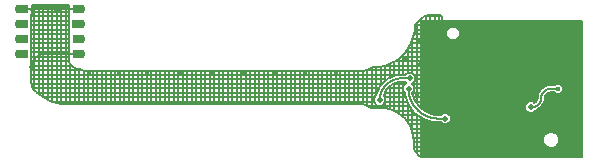
<source format=gbl>
G75*
%MOIN*%
%OFA0B0*%
%FSLAX25Y25*%
%IPPOS*%
%LPD*%
%AMOC8*
5,1,8,0,0,1.08239X$1,22.5*
%
%ADD10R,0.03150X0.02992*%
%ADD11C,0.03012*%
%ADD12C,0.01587*%
%ADD13C,0.00600*%
%ADD14C,0.02000*%
D10*
X0055515Y0077592D03*
X0055515Y0082632D03*
X0055515Y0087632D03*
X0055515Y0092632D03*
X0073192Y0092632D03*
X0073112Y0087632D03*
X0073192Y0082632D03*
X0073192Y0077632D03*
D11*
X0074787Y0077638D03*
X0074787Y0082638D03*
X0074787Y0087638D03*
X0074787Y0092638D03*
X0053921Y0092638D03*
X0053921Y0087638D03*
X0053921Y0082638D03*
X0053921Y0077638D03*
D12*
X0077250Y0071100D03*
X0087250Y0071100D03*
X0096750Y0071100D03*
X0107750Y0071100D03*
X0118250Y0071100D03*
X0128750Y0071100D03*
X0139150Y0071100D03*
X0149250Y0071100D03*
X0159550Y0071100D03*
X0182750Y0076200D03*
X0188250Y0075200D03*
X0192250Y0079200D03*
X0195750Y0075700D03*
X0203250Y0074500D03*
X0207250Y0079200D03*
X0212950Y0074600D03*
X0218850Y0074700D03*
X0221250Y0079200D03*
X0230250Y0079200D03*
X0233750Y0065900D03*
X0231250Y0062200D03*
X0223550Y0066200D03*
X0218250Y0065700D03*
X0207250Y0066200D03*
X0198750Y0066200D03*
X0186550Y0063800D03*
X0198750Y0055700D03*
X0207250Y0055200D03*
X0215250Y0055300D03*
X0222750Y0054200D03*
X0187750Y0081700D03*
D13*
X0067906Y0060815D02*
X0064229Y0061800D01*
X0060932Y0063703D01*
X0058813Y0065822D01*
X0058455Y0066783D01*
X0058152Y0068177D01*
X0058050Y0069600D01*
X0058050Y0090598D01*
X0058115Y0090711D01*
X0058190Y0090991D01*
X0058190Y0092332D01*
X0058050Y0092332D01*
X0058050Y0092932D01*
X0058190Y0092932D01*
X0058190Y0093697D01*
X0070517Y0093697D01*
X0070517Y0092932D01*
X0070550Y0092932D01*
X0070550Y0092332D01*
X0070517Y0092332D01*
X0070517Y0090991D01*
X0070550Y0090869D01*
X0070550Y0079394D01*
X0070517Y0079272D01*
X0070517Y0077932D01*
X0070550Y0077932D01*
X0070550Y0077332D01*
X0070517Y0077332D01*
X0070517Y0075991D01*
X0070586Y0075735D01*
X0070617Y0075417D01*
X0070816Y0074761D01*
X0071140Y0074155D01*
X0071575Y0073625D01*
X0072105Y0073190D01*
X0072711Y0072866D01*
X0073367Y0072667D01*
X0074050Y0072600D01*
X0074050Y0060690D01*
X0074230Y0060690D02*
X0069810Y0060690D01*
X0067906Y0060815D01*
X0068050Y0060805D02*
X0068050Y0093697D01*
X0067082Y0092632D02*
X0073192Y0092632D01*
X0073199Y0092638D01*
X0074787Y0092638D01*
X0070517Y0093100D02*
X0058190Y0093100D01*
X0059050Y0093697D02*
X0059050Y0065585D01*
X0058710Y0066100D02*
X0173973Y0066100D01*
X0174329Y0066958D02*
X0173050Y0063871D01*
X0173050Y0073172D01*
X0174042Y0073242D02*
X0172050Y0073100D01*
X0171769Y0073100D01*
X0171434Y0072765D01*
X0171434Y0072765D01*
X0171399Y0072750D01*
X0171344Y0072695D01*
X0171205Y0072624D01*
X0171050Y0072600D01*
X0171036Y0072600D01*
X0168823Y0071683D01*
X0077308Y0071683D01*
X0077303Y0071679D01*
X0077123Y0071683D01*
X0076088Y0071683D01*
X0076060Y0071711D01*
X0075841Y0071717D01*
X0075841Y0071717D01*
X0074401Y0072600D01*
X0074050Y0072600D01*
X0075216Y0072100D02*
X0058050Y0072100D01*
X0058050Y0070600D02*
X0182763Y0070600D01*
X0179779Y0070600D01*
X0176692Y0069321D01*
X0176692Y0069321D01*
X0174329Y0066958D01*
X0174329Y0066958D01*
X0174550Y0067179D02*
X0174550Y0073353D01*
X0174042Y0073242D02*
X0175994Y0073667D01*
X0177866Y0074365D01*
X0179619Y0075322D01*
X0181218Y0076520D01*
X0182630Y0077932D01*
X0183828Y0079531D01*
X0184785Y0081284D01*
X0185483Y0083156D01*
X0185908Y0085108D01*
X0186050Y0087100D01*
X0195050Y0087100D01*
X0195050Y0088600D02*
X0187337Y0088600D01*
X0187590Y0088851D02*
X0187591Y0088851D01*
X0187941Y0089201D01*
X0187943Y0089203D01*
X0188656Y0089788D01*
X0190352Y0090491D01*
X0191270Y0090581D01*
X0194194Y0090581D01*
X0194309Y0090566D01*
X0194550Y0090466D01*
X0194757Y0090307D01*
X0194916Y0090100D01*
X0189409Y0090100D01*
X0189550Y0090158D02*
X0189550Y0058381D01*
X0189351Y0058526D02*
X0223237Y0058526D01*
X0222750Y0059013D02*
X0223863Y0057900D01*
X0225437Y0057900D01*
X0226285Y0058748D01*
X0228071Y0059779D01*
X0229250Y0061821D01*
X0229250Y0063000D01*
X0229308Y0063440D01*
X0229748Y0064202D01*
X0230510Y0064642D01*
X0230950Y0064700D01*
X0232555Y0064700D01*
X0233048Y0064206D01*
X0234452Y0064206D01*
X0235444Y0065198D01*
X0235444Y0066602D01*
X0234452Y0067594D01*
X0233048Y0067594D01*
X0232555Y0067100D01*
X0229851Y0067100D01*
X0227949Y0066001D01*
X0226850Y0064099D01*
X0226850Y0063000D01*
X0226782Y0062482D01*
X0226264Y0061586D01*
X0225812Y0061325D01*
X0225437Y0061700D01*
X0223863Y0061700D01*
X0222750Y0060587D01*
X0222750Y0059013D01*
X0222750Y0059124D02*
X0188527Y0059124D01*
X0188050Y0059470D02*
X0188050Y0089291D01*
X0187590Y0088851D02*
X0186074Y0087342D01*
X0186050Y0087100D01*
X0186550Y0087816D02*
X0186550Y0061260D01*
X0186303Y0061600D02*
X0195050Y0061600D01*
X0195050Y0063100D02*
X0185653Y0063100D01*
X0186550Y0063800D02*
X0186550Y0073500D01*
X0188250Y0075200D01*
X0188050Y0075284D02*
X0241550Y0075284D01*
X0241550Y0075882D02*
X0188050Y0075882D01*
X0188050Y0076481D02*
X0241550Y0076481D01*
X0241550Y0077079D02*
X0188050Y0077079D01*
X0188050Y0077678D02*
X0241550Y0077678D01*
X0241550Y0078276D02*
X0188050Y0078276D01*
X0188050Y0078875D02*
X0241550Y0078875D01*
X0241550Y0079473D02*
X0188050Y0079473D01*
X0188050Y0080072D02*
X0241550Y0080072D01*
X0241550Y0080670D02*
X0188050Y0080670D01*
X0188050Y0081269D02*
X0241550Y0081269D01*
X0241550Y0081868D02*
X0188050Y0081868D01*
X0188050Y0082466D02*
X0197331Y0082466D01*
X0197768Y0082029D02*
X0199655Y0082029D01*
X0200989Y0083364D01*
X0200989Y0085251D01*
X0199655Y0086585D01*
X0197768Y0086585D01*
X0196433Y0085251D01*
X0196433Y0083364D01*
X0197768Y0082029D01*
X0196732Y0083065D02*
X0188050Y0083065D01*
X0188050Y0083663D02*
X0196433Y0083663D01*
X0196433Y0084262D02*
X0188050Y0084262D01*
X0188050Y0084860D02*
X0196433Y0084860D01*
X0196641Y0085459D02*
X0188050Y0085459D01*
X0188050Y0086057D02*
X0197240Y0086057D01*
X0195050Y0085600D02*
X0185943Y0085600D01*
X0185688Y0084100D02*
X0195050Y0084100D01*
X0195050Y0082600D02*
X0185276Y0082600D01*
X0185050Y0081995D02*
X0185050Y0071287D01*
X0185037Y0071300D02*
X0183463Y0071300D01*
X0182763Y0070600D01*
X0182050Y0070600D02*
X0182050Y0077351D01*
X0182756Y0078100D02*
X0195050Y0078100D01*
X0195050Y0076600D02*
X0181299Y0076600D01*
X0180550Y0076019D02*
X0180550Y0070600D01*
X0181450Y0069400D02*
X0184250Y0069400D01*
X0185737Y0070600D02*
X0195050Y0070600D01*
X0195050Y0069100D02*
X0186150Y0069100D01*
X0186150Y0068613D02*
X0186150Y0070187D01*
X0185037Y0071300D01*
X0183550Y0071300D02*
X0183550Y0079160D01*
X0183865Y0079600D02*
X0195050Y0079600D01*
X0195050Y0081100D02*
X0184684Y0081100D01*
X0188050Y0086656D02*
X0241550Y0086656D01*
X0241550Y0087254D02*
X0188050Y0087254D01*
X0188050Y0087853D02*
X0241550Y0087853D01*
X0241550Y0088451D02*
X0188050Y0088451D01*
X0188050Y0088600D02*
X0188050Y0059470D01*
X0189855Y0058159D01*
X0187627Y0059777D01*
X0186009Y0062005D01*
X0185159Y0064622D01*
X0185750Y0065213D01*
X0185750Y0066787D01*
X0185037Y0067500D01*
X0186150Y0068613D01*
X0185137Y0067600D02*
X0195050Y0067600D01*
X0195050Y0066100D02*
X0185750Y0066100D01*
X0185050Y0067487D02*
X0185050Y0067513D01*
X0185037Y0067500D02*
X0185037Y0067500D01*
X0183063Y0067900D02*
X0183063Y0067900D01*
X0181950Y0066787D01*
X0181950Y0065213D01*
X0182650Y0064513D01*
X0182650Y0064226D01*
X0183746Y0060852D01*
X0185832Y0057982D01*
X0188702Y0055896D01*
X0192076Y0054800D01*
X0194563Y0054800D01*
X0195050Y0054313D01*
X0195050Y0044100D01*
X0195016Y0043841D01*
X0194916Y0043600D01*
X0187627Y0043600D01*
X0187550Y0043636D02*
X0187505Y0043667D01*
X0186134Y0045031D01*
X0186086Y0045100D01*
X0195050Y0045100D01*
X0195050Y0046600D02*
X0185594Y0046600D01*
X0185611Y0046405D02*
X0185550Y0047100D01*
X0185550Y0048600D01*
X0185438Y0050165D01*
X0185104Y0051699D01*
X0184556Y0053170D01*
X0183804Y0054547D01*
X0182863Y0055803D01*
X0181753Y0056913D01*
X0180497Y0057854D01*
X0179120Y0058606D01*
X0177649Y0059154D01*
X0176115Y0059488D01*
X0174550Y0059600D01*
X0174550Y0060300D01*
X0175037Y0060300D02*
X0176150Y0061413D01*
X0176150Y0062987D01*
X0175624Y0063513D01*
X0176461Y0065533D01*
X0178117Y0067189D01*
X0180279Y0068085D01*
X0181450Y0068200D01*
X0182763Y0068200D01*
X0183063Y0067900D01*
X0182763Y0067600D02*
X0179109Y0067600D01*
X0179050Y0067575D02*
X0179050Y0058632D01*
X0179130Y0058600D02*
X0185382Y0058600D01*
X0185050Y0059058D02*
X0185050Y0051845D01*
X0185235Y0051100D02*
X0195050Y0051100D01*
X0195050Y0052600D02*
X0184768Y0052600D01*
X0188050Y0052540D02*
X0241550Y0052540D01*
X0241550Y0051942D02*
X0188050Y0051942D01*
X0188050Y0051343D02*
X0230369Y0051343D01*
X0230857Y0051546D02*
X0229875Y0051139D01*
X0229124Y0050387D01*
X0228717Y0049405D01*
X0228717Y0048343D01*
X0229124Y0047361D01*
X0229875Y0046609D01*
X0230857Y0046202D01*
X0231920Y0046202D01*
X0232902Y0046609D01*
X0233653Y0047361D01*
X0234060Y0048343D01*
X0234060Y0049405D01*
X0233653Y0050387D01*
X0232902Y0051139D01*
X0231920Y0051546D01*
X0230857Y0051546D01*
X0232408Y0051343D02*
X0241550Y0051343D01*
X0241550Y0050745D02*
X0233296Y0050745D01*
X0233753Y0050146D02*
X0241550Y0050146D01*
X0241550Y0049548D02*
X0234001Y0049548D01*
X0234060Y0048949D02*
X0241550Y0048949D01*
X0241550Y0048351D02*
X0234060Y0048351D01*
X0233816Y0047752D02*
X0241550Y0047752D01*
X0241550Y0047154D02*
X0233447Y0047154D01*
X0232772Y0046555D02*
X0241550Y0046555D01*
X0241550Y0045957D02*
X0188050Y0045957D01*
X0188050Y0046555D02*
X0230005Y0046555D01*
X0229330Y0047154D02*
X0188050Y0047154D01*
X0188050Y0047752D02*
X0228961Y0047752D01*
X0228717Y0048351D02*
X0188050Y0048351D01*
X0188050Y0048949D02*
X0228717Y0048949D01*
X0228776Y0049548D02*
X0188050Y0049548D01*
X0188050Y0050146D02*
X0229024Y0050146D01*
X0229481Y0050745D02*
X0188050Y0050745D01*
X0185478Y0049600D02*
X0195050Y0049600D01*
X0195050Y0048100D02*
X0185550Y0048100D01*
X0185611Y0046405D02*
X0185791Y0045732D01*
X0186086Y0045100D01*
X0186550Y0044617D02*
X0186550Y0057460D01*
X0187045Y0057100D02*
X0181504Y0057100D01*
X0182050Y0056617D02*
X0182050Y0065113D01*
X0182563Y0064600D02*
X0176075Y0064600D01*
X0176050Y0064541D02*
X0176050Y0063087D01*
X0176037Y0063100D02*
X0183016Y0063100D01*
X0183503Y0061600D02*
X0176150Y0061600D01*
X0176050Y0061313D02*
X0176050Y0059493D01*
X0175037Y0060300D02*
X0173463Y0060300D01*
X0172350Y0061413D01*
X0172350Y0062987D01*
X0173050Y0063687D01*
X0173050Y0063871D01*
X0173352Y0064600D02*
X0060035Y0064600D01*
X0060550Y0064085D02*
X0060550Y0093697D01*
X0062050Y0093697D02*
X0062050Y0063058D01*
X0061977Y0063100D02*
X0172463Y0063100D01*
X0172350Y0061600D02*
X0064975Y0061600D01*
X0065050Y0061580D02*
X0065050Y0093697D01*
X0066018Y0092632D02*
X0055515Y0092632D01*
X0055509Y0092638D01*
X0053921Y0092638D01*
X0055515Y0092632D02*
X0055521Y0092638D01*
X0058190Y0091600D02*
X0070517Y0091600D01*
X0067082Y0092632D02*
X0067038Y0092630D01*
X0066994Y0092625D01*
X0066951Y0092616D01*
X0066909Y0092603D01*
X0066868Y0092587D01*
X0066829Y0092568D01*
X0066791Y0092545D01*
X0066755Y0092520D01*
X0066722Y0092491D01*
X0066691Y0092460D01*
X0066662Y0092427D01*
X0066637Y0092391D01*
X0066614Y0092353D01*
X0066595Y0092314D01*
X0066579Y0092273D01*
X0066566Y0092231D01*
X0066557Y0092188D01*
X0066552Y0092144D01*
X0066550Y0092100D01*
X0066548Y0092144D01*
X0066543Y0092188D01*
X0066534Y0092231D01*
X0066521Y0092273D01*
X0066505Y0092314D01*
X0066486Y0092353D01*
X0066463Y0092391D01*
X0066438Y0092427D01*
X0066409Y0092460D01*
X0066378Y0092491D01*
X0066345Y0092520D01*
X0066309Y0092545D01*
X0066271Y0092568D01*
X0066232Y0092587D01*
X0066191Y0092603D01*
X0066149Y0092616D01*
X0066106Y0092625D01*
X0066062Y0092630D01*
X0066018Y0092632D01*
X0066550Y0093697D02*
X0066550Y0061178D01*
X0069550Y0060707D02*
X0069550Y0093697D01*
X0063550Y0093697D02*
X0063550Y0062192D01*
X0071050Y0060690D02*
X0071050Y0074324D01*
X0070713Y0075100D02*
X0058050Y0075100D01*
X0058050Y0073600D02*
X0071606Y0073600D01*
X0072550Y0072952D02*
X0072550Y0060690D01*
X0074230Y0060690D02*
X0074238Y0060698D01*
X0167439Y0060698D01*
X0168811Y0060698D01*
X0168811Y0060698D01*
X0171409Y0059649D01*
X0171409Y0059649D01*
X0171460Y0059600D01*
X0174550Y0059600D01*
X0173050Y0059600D02*
X0173050Y0060713D01*
X0171550Y0059600D02*
X0171550Y0072881D01*
X0170050Y0072192D02*
X0170050Y0060197D01*
X0170291Y0060100D02*
X0184293Y0060100D01*
X0183746Y0060852D02*
X0183746Y0060852D01*
X0183550Y0061456D02*
X0183550Y0054886D01*
X0183016Y0055600D02*
X0189614Y0055600D01*
X0189550Y0055621D02*
X0189550Y0043100D01*
X0188855Y0043161D01*
X0188182Y0043341D01*
X0187550Y0043636D01*
X0188050Y0043563D02*
X0241550Y0043563D01*
X0241550Y0043100D02*
X0188088Y0043100D01*
X0188050Y0043130D01*
X0188050Y0056370D01*
X0188050Y0043403D01*
X0188050Y0044161D02*
X0241550Y0044161D01*
X0241550Y0044760D02*
X0188050Y0044760D01*
X0188050Y0045358D02*
X0241550Y0045358D01*
X0241550Y0043100D02*
X0241550Y0088600D01*
X0188050Y0088600D01*
X0191050Y0090559D02*
X0191050Y0057771D01*
X0190569Y0057927D02*
X0223836Y0057927D01*
X0225464Y0057927D02*
X0241550Y0057927D01*
X0241550Y0057329D02*
X0197408Y0057329D01*
X0197950Y0056787D02*
X0196837Y0057900D01*
X0195263Y0057900D01*
X0194563Y0057200D01*
X0193850Y0057200D01*
X0192473Y0057308D01*
X0189855Y0058159D01*
X0192473Y0057308D01*
X0193850Y0057200D01*
X0194563Y0057200D01*
X0195050Y0057687D01*
X0195050Y0089600D01*
X0195016Y0089859D01*
X0194916Y0090100D01*
X0194050Y0090581D02*
X0194050Y0057200D01*
X0194692Y0057329D02*
X0192411Y0057329D01*
X0192550Y0057302D02*
X0192550Y0090581D01*
X0200183Y0086057D02*
X0241550Y0086057D01*
X0241550Y0085459D02*
X0200781Y0085459D01*
X0200989Y0084860D02*
X0241550Y0084860D01*
X0241550Y0084262D02*
X0200989Y0084262D01*
X0200989Y0083663D02*
X0241550Y0083663D01*
X0241550Y0083065D02*
X0200690Y0083065D01*
X0200092Y0082466D02*
X0241550Y0082466D01*
X0241550Y0074685D02*
X0188050Y0074685D01*
X0188050Y0074087D02*
X0241550Y0074087D01*
X0241550Y0073488D02*
X0188050Y0073488D01*
X0188050Y0072890D02*
X0241550Y0072890D01*
X0241550Y0072291D02*
X0188050Y0072291D01*
X0188050Y0071693D02*
X0241550Y0071693D01*
X0241550Y0071094D02*
X0188050Y0071094D01*
X0188050Y0070496D02*
X0241550Y0070496D01*
X0241550Y0069897D02*
X0188050Y0069897D01*
X0188050Y0069299D02*
X0241550Y0069299D01*
X0241550Y0068700D02*
X0188050Y0068700D01*
X0188050Y0068102D02*
X0241550Y0068102D01*
X0241550Y0067503D02*
X0234542Y0067503D01*
X0235141Y0066905D02*
X0241550Y0066905D01*
X0241550Y0066306D02*
X0235444Y0066306D01*
X0235444Y0065708D02*
X0241550Y0065708D01*
X0241550Y0065109D02*
X0235354Y0065109D01*
X0234756Y0064511D02*
X0241550Y0064511D01*
X0241550Y0063912D02*
X0229581Y0063912D01*
X0229291Y0063314D02*
X0241550Y0063314D01*
X0241550Y0062715D02*
X0229250Y0062715D01*
X0229250Y0062117D02*
X0241550Y0062117D01*
X0241550Y0061518D02*
X0229075Y0061518D01*
X0228730Y0060920D02*
X0241550Y0060920D01*
X0241550Y0060321D02*
X0228384Y0060321D01*
X0228071Y0059779D02*
X0228071Y0059779D01*
X0228071Y0059779D01*
X0227973Y0059723D02*
X0241550Y0059723D01*
X0241550Y0059124D02*
X0226937Y0059124D01*
X0226063Y0058526D02*
X0241550Y0058526D01*
X0241550Y0056730D02*
X0197950Y0056730D01*
X0197950Y0056787D02*
X0197950Y0055213D01*
X0196837Y0054100D01*
X0195263Y0054100D01*
X0194563Y0054800D01*
X0192076Y0054800D01*
X0188702Y0055896D01*
X0188702Y0055896D01*
X0188050Y0056370D01*
X0188050Y0056132D02*
X0188378Y0056132D01*
X0188050Y0055533D02*
X0189820Y0055533D01*
X0191050Y0055133D02*
X0191050Y0043100D01*
X0192550Y0043100D02*
X0192550Y0054800D01*
X0191662Y0054934D02*
X0188050Y0054934D01*
X0188050Y0054336D02*
X0195027Y0054336D01*
X0195050Y0054100D02*
X0184048Y0054100D01*
X0188050Y0053737D02*
X0241550Y0053737D01*
X0241550Y0053139D02*
X0188050Y0053139D01*
X0194050Y0054800D02*
X0194050Y0043100D01*
X0189550Y0043100D01*
X0194050Y0043100D02*
X0194309Y0043134D01*
X0194550Y0043234D01*
X0194757Y0043393D01*
X0194916Y0043600D01*
X0197073Y0054336D02*
X0241550Y0054336D01*
X0241550Y0054934D02*
X0197671Y0054934D01*
X0197950Y0055533D02*
X0241550Y0055533D01*
X0241550Y0056132D02*
X0197950Y0056132D01*
X0196050Y0056000D02*
X0193850Y0056000D01*
X0195050Y0058600D02*
X0189248Y0058600D01*
X0188050Y0059723D02*
X0222750Y0059723D01*
X0222750Y0060321D02*
X0188050Y0060321D01*
X0188050Y0060920D02*
X0223083Y0060920D01*
X0223681Y0061518D02*
X0188050Y0061518D01*
X0188050Y0062117D02*
X0226571Y0062117D01*
X0226812Y0062715D02*
X0188050Y0062715D01*
X0188050Y0063314D02*
X0226850Y0063314D01*
X0226850Y0063912D02*
X0188050Y0063912D01*
X0188050Y0064511D02*
X0227088Y0064511D01*
X0227433Y0065109D02*
X0188050Y0065109D01*
X0188050Y0065708D02*
X0227779Y0065708D01*
X0227949Y0066001D02*
X0227949Y0066001D01*
X0227949Y0066001D01*
X0228477Y0066306D02*
X0188050Y0066306D01*
X0188050Y0066905D02*
X0229513Y0066905D01*
X0230950Y0065900D02*
X0233750Y0065900D01*
X0232958Y0067503D02*
X0188050Y0067503D01*
X0182050Y0066887D02*
X0182050Y0068200D01*
X0180550Y0068111D02*
X0180550Y0057814D01*
X0177550Y0059176D02*
X0177550Y0066622D01*
X0177028Y0066100D02*
X0181950Y0066100D01*
X0185166Y0064600D02*
X0195050Y0064600D01*
X0193850Y0056000D02*
X0193608Y0056003D01*
X0193367Y0056012D01*
X0193126Y0056026D01*
X0192885Y0056047D01*
X0192645Y0056073D01*
X0192405Y0056105D01*
X0192166Y0056143D01*
X0191929Y0056186D01*
X0191692Y0056236D01*
X0191457Y0056291D01*
X0191223Y0056351D01*
X0190991Y0056418D01*
X0190760Y0056489D01*
X0190531Y0056567D01*
X0190304Y0056650D01*
X0190079Y0056738D01*
X0189856Y0056832D01*
X0189636Y0056931D01*
X0189418Y0057036D01*
X0189203Y0057145D01*
X0188990Y0057260D01*
X0188780Y0057380D01*
X0188574Y0057505D01*
X0188370Y0057635D01*
X0188169Y0057770D01*
X0187972Y0057910D01*
X0187778Y0058054D01*
X0187588Y0058203D01*
X0187402Y0058357D01*
X0187219Y0058515D01*
X0187040Y0058677D01*
X0186865Y0058844D01*
X0186694Y0059015D01*
X0186527Y0059190D01*
X0186365Y0059369D01*
X0186207Y0059552D01*
X0186053Y0059738D01*
X0185904Y0059928D01*
X0185760Y0060122D01*
X0185620Y0060319D01*
X0185485Y0060520D01*
X0185355Y0060724D01*
X0185230Y0060930D01*
X0185110Y0061140D01*
X0184995Y0061353D01*
X0184886Y0061568D01*
X0184781Y0061786D01*
X0184682Y0062006D01*
X0184588Y0062229D01*
X0184500Y0062454D01*
X0184417Y0062681D01*
X0184339Y0062910D01*
X0184268Y0063141D01*
X0184201Y0063373D01*
X0184141Y0063607D01*
X0184086Y0063842D01*
X0184036Y0064079D01*
X0183993Y0064316D01*
X0183955Y0064555D01*
X0183923Y0064795D01*
X0183897Y0065035D01*
X0183876Y0065276D01*
X0183862Y0065517D01*
X0183853Y0065758D01*
X0183850Y0066000D01*
X0177550Y0069677D02*
X0177550Y0074247D01*
X0176050Y0073688D02*
X0176050Y0068679D01*
X0176471Y0069100D02*
X0058086Y0069100D01*
X0058277Y0067600D02*
X0174971Y0067600D01*
X0179050Y0070298D02*
X0179050Y0075012D01*
X0179212Y0075100D02*
X0195050Y0075100D01*
X0195050Y0073600D02*
X0175686Y0073600D01*
X0169829Y0072100D02*
X0195050Y0072100D01*
X0181450Y0069400D02*
X0181276Y0069398D01*
X0181102Y0069392D01*
X0180928Y0069381D01*
X0180755Y0069366D01*
X0180582Y0069348D01*
X0180410Y0069324D01*
X0180238Y0069297D01*
X0180067Y0069266D01*
X0179896Y0069230D01*
X0179727Y0069191D01*
X0179559Y0069147D01*
X0179391Y0069099D01*
X0179225Y0069048D01*
X0179060Y0068992D01*
X0178897Y0068932D01*
X0178735Y0068868D01*
X0178575Y0068801D01*
X0178416Y0068729D01*
X0178259Y0068654D01*
X0178104Y0068575D01*
X0177951Y0068493D01*
X0177800Y0068406D01*
X0177651Y0068316D01*
X0177504Y0068223D01*
X0177360Y0068125D01*
X0177218Y0068025D01*
X0177078Y0067921D01*
X0176941Y0067814D01*
X0176807Y0067703D01*
X0176676Y0067589D01*
X0176547Y0067472D01*
X0176421Y0067352D01*
X0176298Y0067229D01*
X0176178Y0067103D01*
X0176061Y0066974D01*
X0175947Y0066843D01*
X0175836Y0066709D01*
X0175729Y0066572D01*
X0175625Y0066432D01*
X0175525Y0066290D01*
X0175427Y0066146D01*
X0175334Y0065999D01*
X0175244Y0065850D01*
X0175157Y0065699D01*
X0175075Y0065546D01*
X0174996Y0065391D01*
X0174921Y0065234D01*
X0174849Y0065075D01*
X0174782Y0064915D01*
X0174718Y0064753D01*
X0174658Y0064590D01*
X0174602Y0064425D01*
X0174551Y0064259D01*
X0174503Y0064091D01*
X0174459Y0063923D01*
X0174420Y0063754D01*
X0174384Y0063583D01*
X0174353Y0063412D01*
X0174326Y0063240D01*
X0174302Y0063068D01*
X0174284Y0062895D01*
X0174269Y0062722D01*
X0174258Y0062548D01*
X0174252Y0062374D01*
X0174250Y0062200D01*
X0168550Y0060698D02*
X0168550Y0071683D01*
X0167050Y0071683D02*
X0167050Y0060698D01*
X0165550Y0060698D02*
X0165550Y0071683D01*
X0164050Y0071683D02*
X0164050Y0060698D01*
X0162550Y0060698D02*
X0162550Y0071683D01*
X0161050Y0071683D02*
X0161050Y0060698D01*
X0159550Y0060698D02*
X0159550Y0071683D01*
X0158050Y0071683D02*
X0158050Y0060698D01*
X0156550Y0060698D02*
X0156550Y0071683D01*
X0155050Y0071683D02*
X0155050Y0060698D01*
X0153550Y0060698D02*
X0153550Y0071683D01*
X0152050Y0071683D02*
X0152050Y0060698D01*
X0150550Y0060698D02*
X0150550Y0071683D01*
X0149050Y0071683D02*
X0149050Y0060698D01*
X0147550Y0060698D02*
X0147550Y0071683D01*
X0146050Y0071683D02*
X0146050Y0060698D01*
X0144550Y0060698D02*
X0144550Y0071683D01*
X0143050Y0071683D02*
X0143050Y0060698D01*
X0141550Y0060698D02*
X0141550Y0071683D01*
X0140050Y0071683D02*
X0140050Y0060698D01*
X0138550Y0060698D02*
X0138550Y0071683D01*
X0137050Y0071683D02*
X0137050Y0060698D01*
X0135550Y0060698D02*
X0135550Y0071683D01*
X0134050Y0071683D02*
X0134050Y0060698D01*
X0132550Y0060698D02*
X0132550Y0071683D01*
X0131050Y0071683D02*
X0131050Y0060698D01*
X0129550Y0060698D02*
X0129550Y0071683D01*
X0128050Y0071683D02*
X0128050Y0060698D01*
X0126550Y0060698D02*
X0126550Y0071683D01*
X0125050Y0071683D02*
X0125050Y0060698D01*
X0123550Y0060698D02*
X0123550Y0071683D01*
X0122050Y0071683D02*
X0122050Y0060698D01*
X0120550Y0060698D02*
X0120550Y0071683D01*
X0119050Y0071683D02*
X0119050Y0060698D01*
X0117550Y0060698D02*
X0117550Y0071683D01*
X0116050Y0071683D02*
X0116050Y0060698D01*
X0114550Y0060698D02*
X0114550Y0071683D01*
X0113050Y0071683D02*
X0113050Y0060698D01*
X0111550Y0060698D02*
X0111550Y0071683D01*
X0110050Y0071683D02*
X0110050Y0060698D01*
X0108550Y0060698D02*
X0108550Y0071683D01*
X0107050Y0071683D02*
X0107050Y0060698D01*
X0105550Y0060698D02*
X0105550Y0071683D01*
X0104050Y0071683D02*
X0104050Y0060698D01*
X0102550Y0060698D02*
X0102550Y0071683D01*
X0101050Y0071683D02*
X0101050Y0060698D01*
X0099550Y0060698D02*
X0099550Y0071683D01*
X0098050Y0071683D02*
X0098050Y0060698D01*
X0096550Y0060698D02*
X0096550Y0071683D01*
X0095050Y0071683D02*
X0095050Y0060698D01*
X0093550Y0060698D02*
X0093550Y0071683D01*
X0092050Y0071683D02*
X0092050Y0060698D01*
X0090550Y0060698D02*
X0090550Y0071683D01*
X0089050Y0071683D02*
X0089050Y0060698D01*
X0087550Y0060698D02*
X0087550Y0071683D01*
X0086050Y0071683D02*
X0086050Y0060698D01*
X0084550Y0060698D02*
X0084550Y0071683D01*
X0083050Y0071683D02*
X0083050Y0060698D01*
X0081550Y0060698D02*
X0081550Y0071683D01*
X0080050Y0071683D02*
X0080050Y0060698D01*
X0078550Y0060698D02*
X0078550Y0071683D01*
X0077050Y0071683D02*
X0077050Y0060698D01*
X0075550Y0060698D02*
X0075550Y0071896D01*
X0070517Y0076600D02*
X0058050Y0076600D01*
X0058050Y0078100D02*
X0070517Y0078100D01*
X0073192Y0077632D02*
X0074780Y0077632D01*
X0074783Y0077633D01*
X0074785Y0077635D01*
X0074786Y0077638D01*
X0074787Y0077638D02*
X0073199Y0077638D01*
X0062688Y0077638D01*
X0058050Y0079600D02*
X0070550Y0079600D01*
X0070550Y0081100D02*
X0058050Y0081100D01*
X0058050Y0082600D02*
X0070550Y0082600D01*
X0073192Y0082632D02*
X0074780Y0082632D01*
X0074787Y0082638D01*
X0073199Y0082638D01*
X0073196Y0082637D01*
X0073194Y0082635D01*
X0073193Y0082632D01*
X0074780Y0082632D02*
X0074783Y0082633D01*
X0074785Y0082635D01*
X0074786Y0082638D01*
X0074785Y0082635D01*
X0074783Y0082633D01*
X0074780Y0082632D01*
X0070550Y0084100D02*
X0058050Y0084100D01*
X0058050Y0085600D02*
X0070550Y0085600D01*
X0070550Y0087100D02*
X0058050Y0087100D01*
X0058050Y0088600D02*
X0070550Y0088600D01*
X0070550Y0090100D02*
X0058050Y0090100D01*
X0055515Y0087632D02*
X0055509Y0087638D01*
X0053921Y0087638D01*
X0053921Y0082638D02*
X0055509Y0082638D01*
X0055515Y0082632D01*
X0055514Y0082635D01*
X0055512Y0082637D01*
X0055509Y0082638D01*
X0055469Y0077638D02*
X0053921Y0077638D01*
X0055469Y0077638D02*
X0055481Y0077636D01*
X0055492Y0077632D01*
X0055502Y0077625D01*
X0055509Y0077615D01*
X0055513Y0077604D01*
X0055515Y0077592D01*
X0058250Y0073200D02*
X0058252Y0073332D01*
X0058258Y0073463D01*
X0058268Y0073594D01*
X0058281Y0073725D01*
X0058299Y0073855D01*
X0058320Y0073985D01*
X0058345Y0074114D01*
X0058374Y0074242D01*
X0058407Y0074370D01*
X0058443Y0074496D01*
X0058484Y0074621D01*
X0058528Y0074745D01*
X0058575Y0074868D01*
X0058627Y0074989D01*
X0058681Y0075109D01*
X0058740Y0075227D01*
X0058801Y0075343D01*
X0058867Y0075457D01*
X0058935Y0075569D01*
X0059007Y0075679D01*
X0059082Y0075787D01*
X0059160Y0075893D01*
X0059242Y0075996D01*
X0059326Y0076097D01*
X0059413Y0076196D01*
X0059504Y0076291D01*
X0059597Y0076384D01*
X0059692Y0076475D01*
X0059791Y0076562D01*
X0059892Y0076646D01*
X0059995Y0076728D01*
X0060101Y0076806D01*
X0060209Y0076881D01*
X0060319Y0076953D01*
X0060431Y0077021D01*
X0060545Y0077087D01*
X0060661Y0077148D01*
X0060779Y0077207D01*
X0060899Y0077261D01*
X0061020Y0077313D01*
X0061143Y0077360D01*
X0061267Y0077404D01*
X0061392Y0077445D01*
X0061518Y0077481D01*
X0061646Y0077514D01*
X0061774Y0077543D01*
X0061903Y0077568D01*
X0062033Y0077589D01*
X0062163Y0077607D01*
X0062294Y0077620D01*
X0062425Y0077630D01*
X0062556Y0077636D01*
X0062688Y0077638D01*
X0073192Y0077632D02*
X0073199Y0077638D01*
X0073196Y0077637D01*
X0073194Y0077635D01*
X0073193Y0077632D01*
X0073194Y0077635D01*
X0073196Y0077637D01*
X0073199Y0077638D01*
X0073112Y0087632D02*
X0073118Y0087638D01*
X0074787Y0087638D01*
X0185832Y0057982D02*
X0185832Y0057982D01*
X0185832Y0057982D01*
X0187393Y0060100D02*
X0195050Y0060100D01*
X0224650Y0059800D02*
X0224850Y0059800D01*
X0225619Y0061518D02*
X0226147Y0061518D01*
X0224850Y0059800D02*
X0224962Y0059802D01*
X0225073Y0059808D01*
X0225184Y0059818D01*
X0225295Y0059831D01*
X0225406Y0059849D01*
X0225515Y0059870D01*
X0225624Y0059895D01*
X0225732Y0059924D01*
X0225839Y0059957D01*
X0225944Y0059993D01*
X0226049Y0060033D01*
X0226152Y0060077D01*
X0226253Y0060124D01*
X0226352Y0060175D01*
X0226450Y0060229D01*
X0226546Y0060286D01*
X0226639Y0060347D01*
X0226731Y0060411D01*
X0226820Y0060478D01*
X0226907Y0060549D01*
X0226991Y0060622D01*
X0227073Y0060698D01*
X0227152Y0060777D01*
X0227228Y0060859D01*
X0227301Y0060943D01*
X0227372Y0061030D01*
X0227439Y0061119D01*
X0227503Y0061211D01*
X0227564Y0061304D01*
X0227621Y0061400D01*
X0227675Y0061498D01*
X0227726Y0061597D01*
X0227773Y0061698D01*
X0227817Y0061801D01*
X0227857Y0061906D01*
X0227893Y0062011D01*
X0227926Y0062118D01*
X0227955Y0062226D01*
X0227980Y0062335D01*
X0228001Y0062444D01*
X0228019Y0062555D01*
X0228032Y0062666D01*
X0228042Y0062777D01*
X0228048Y0062888D01*
X0228050Y0063000D01*
X0230282Y0064511D02*
X0232744Y0064511D01*
X0230950Y0065900D02*
X0230844Y0065898D01*
X0230738Y0065892D01*
X0230633Y0065883D01*
X0230528Y0065869D01*
X0230423Y0065852D01*
X0230319Y0065831D01*
X0230216Y0065806D01*
X0230115Y0065777D01*
X0230014Y0065745D01*
X0229914Y0065709D01*
X0229816Y0065669D01*
X0229719Y0065626D01*
X0229624Y0065579D01*
X0229531Y0065529D01*
X0229439Y0065475D01*
X0229350Y0065419D01*
X0229263Y0065359D01*
X0229178Y0065295D01*
X0229095Y0065229D01*
X0229015Y0065160D01*
X0228937Y0065088D01*
X0228862Y0065013D01*
X0228790Y0064935D01*
X0228721Y0064855D01*
X0228655Y0064772D01*
X0228591Y0064687D01*
X0228531Y0064600D01*
X0228475Y0064511D01*
X0228421Y0064419D01*
X0228371Y0064326D01*
X0228324Y0064231D01*
X0228281Y0064134D01*
X0228241Y0064036D01*
X0228205Y0063936D01*
X0228173Y0063835D01*
X0228144Y0063734D01*
X0228119Y0063631D01*
X0228098Y0063527D01*
X0228081Y0063422D01*
X0228067Y0063317D01*
X0228058Y0063212D01*
X0228052Y0063106D01*
X0228050Y0063000D01*
D14*
X0224650Y0059800D03*
X0196050Y0056000D03*
X0174250Y0062200D03*
X0183850Y0066000D03*
X0184250Y0069400D03*
X0066550Y0092100D03*
X0058250Y0073200D03*
M02*

</source>
